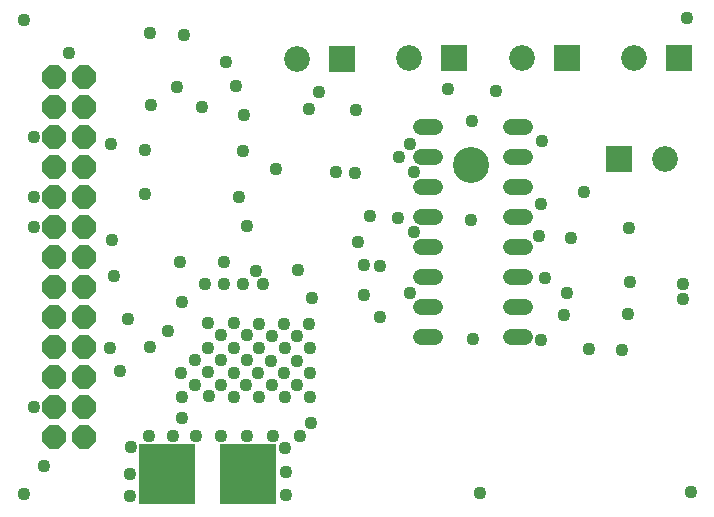
<source format=gbs>
G75*
%MOIN*%
%OFA0B0*%
%FSLAX24Y24*%
%IPPOS*%
%LPD*%
%AMOC8*
5,1,8,0,0,1.08239X$1,22.5*
%
%ADD10C,0.1202*%
%ADD11OC8,0.0800*%
%ADD12R,0.0860X0.0860*%
%ADD13C,0.0860*%
%ADD14R,0.1891X0.2029*%
%ADD15C,0.0532*%
%ADD16C,0.0436*%
D10*
X015963Y011811D03*
D11*
X003050Y011770D03*
X002050Y011770D03*
X002050Y010770D03*
X003050Y010770D03*
X003050Y009770D03*
X002050Y009770D03*
X002050Y008770D03*
X003050Y008770D03*
X003050Y007770D03*
X002050Y007770D03*
X002050Y006770D03*
X003050Y006770D03*
X003050Y005770D03*
X002050Y005770D03*
X002050Y004770D03*
X003050Y004770D03*
X003050Y003770D03*
X002050Y003770D03*
X002050Y002770D03*
X003050Y002770D03*
X003050Y012770D03*
X002050Y012770D03*
X002050Y013770D03*
X003050Y013770D03*
X003050Y014770D03*
X002050Y014770D03*
D12*
X011675Y015355D03*
X015400Y015405D03*
X019175Y015380D03*
X022900Y015405D03*
X020908Y012027D03*
D13*
X022426Y012027D03*
X021382Y015405D03*
X017657Y015380D03*
X013882Y015405D03*
X010157Y015355D03*
D14*
X008528Y001517D03*
X005832Y001517D03*
D15*
X014293Y006095D02*
X014766Y006095D01*
X014766Y007095D02*
X014293Y007095D01*
X014293Y008095D02*
X014766Y008095D01*
X014766Y009095D02*
X014293Y009095D01*
X014293Y010095D02*
X014766Y010095D01*
X014766Y011095D02*
X014293Y011095D01*
X014293Y012095D02*
X014766Y012095D01*
X014766Y013095D02*
X014293Y013095D01*
X017293Y013095D02*
X017766Y013095D01*
X017766Y012095D02*
X017293Y012095D01*
X017293Y011095D02*
X017766Y011095D01*
X017766Y010095D02*
X017293Y010095D01*
X017293Y009095D02*
X017766Y009095D01*
X017766Y008095D02*
X017293Y008095D01*
X017293Y007095D02*
X017766Y007095D01*
X017766Y006095D02*
X017293Y006095D01*
D16*
X001050Y000865D03*
X001724Y001780D03*
X001395Y003769D03*
X003930Y005730D03*
X004255Y004955D03*
X005248Y005763D03*
X005845Y006300D03*
X006320Y007249D03*
X007087Y007850D03*
X007740Y007860D03*
X008345Y007857D03*
X009010Y007843D03*
X008793Y008285D03*
X007738Y008585D03*
X008480Y009780D03*
X008235Y010767D03*
X009455Y011705D03*
X008355Y012305D03*
X008380Y013480D03*
X008122Y014456D03*
X007805Y015255D03*
X006380Y016150D03*
X005255Y016230D03*
X006155Y014430D03*
X005280Y013830D03*
X007009Y013744D03*
X005098Y012328D03*
X003950Y012527D03*
X005098Y010854D03*
X004000Y009310D03*
X004071Y008141D03*
X004523Y006705D03*
X006766Y005333D03*
X007201Y005738D03*
X007640Y005333D03*
X008049Y004905D03*
X008482Y005311D03*
X008902Y005724D03*
X009304Y005308D03*
X009746Y005721D03*
X010145Y005308D03*
X010588Y005721D03*
X010167Y006134D03*
X010573Y006533D03*
X009732Y006533D03*
X009311Y006137D03*
X008888Y006536D03*
X008484Y006152D03*
X008060Y006551D03*
X007633Y006159D03*
X007187Y006551D03*
X008075Y005738D03*
X007198Y004912D03*
X006766Y004506D03*
X007212Y004115D03*
X007640Y004506D03*
X008064Y004107D03*
X008467Y004492D03*
X008876Y004890D03*
X009311Y004488D03*
X008891Y004093D03*
X009746Y004090D03*
X010153Y004488D03*
X009732Y004887D03*
X010587Y004887D03*
X010602Y004089D03*
X010624Y003227D03*
X010254Y002799D03*
X009772Y002399D03*
X009356Y002797D03*
X008495Y002797D03*
X007620Y002797D03*
X006792Y002804D03*
X006316Y003391D03*
X006023Y002805D03*
X005233Y002804D03*
X004610Y002435D03*
X004602Y001541D03*
X004577Y000793D03*
X006321Y004107D03*
X006306Y004905D03*
X010667Y007383D03*
X010202Y008314D03*
X012197Y009255D03*
X012405Y008480D03*
X012930Y008455D03*
X013922Y007574D03*
X012930Y006772D03*
X012377Y007495D03*
X014055Y009600D03*
X013522Y010072D03*
X012592Y010128D03*
X012100Y011567D03*
X011463Y011582D03*
X013564Y012098D03*
X013941Y012534D03*
X014063Y011601D03*
X015964Y009982D03*
X018233Y009445D03*
X019286Y009379D03*
X018296Y010516D03*
X019728Y010932D03*
X021227Y009721D03*
X021248Y007940D03*
X021180Y006855D03*
X021008Y005663D03*
X019880Y005680D03*
X018305Y005980D03*
X019055Y006830D03*
X019170Y007565D03*
X018424Y008060D03*
X016024Y006012D03*
X009793Y001608D03*
X009796Y000836D03*
X016260Y000900D03*
X023290Y000925D03*
X023011Y007356D03*
X023016Y007853D03*
X018322Y012613D03*
X016805Y014303D03*
X015984Y013282D03*
X015199Y014351D03*
X012138Y013650D03*
X010905Y014255D03*
X010555Y013680D03*
X006268Y008575D03*
X001401Y009773D03*
X001404Y010773D03*
X001401Y012765D03*
X002569Y015553D03*
X001045Y016649D03*
X023175Y016710D03*
M02*

</source>
